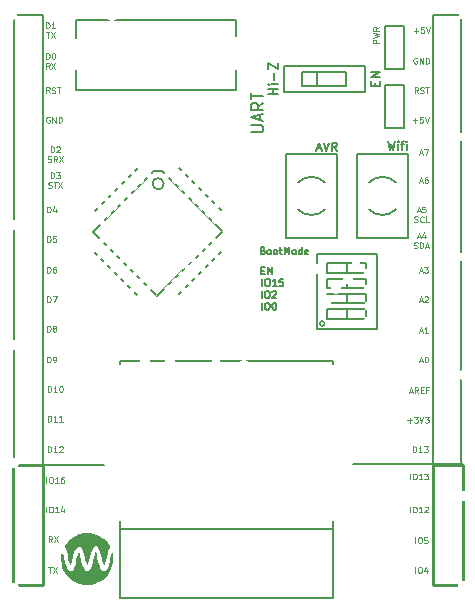
<source format=gto>
G04 (created by PCBNEW (2013-07-07 BZR 4022)-stable) date 2015/11/30 22:46:21*
%MOIN*%
G04 Gerber Fmt 3.4, Leading zero omitted, Abs format*
%FSLAX34Y34*%
G01*
G70*
G90*
G04 APERTURE LIST*
%ADD10C,0.00590551*%
%ADD11C,0.00492126*%
%ADD12C,0.00787402*%
%ADD13C,0.006*%
%ADD14C,0.01*%
%ADD15C,0.0001*%
%ADD16R,0.06X0.06*%
%ADD17C,0.06*%
%ADD18R,0.0708661X0.0299213*%
%ADD19R,0.045X0.0393701*%
%ADD20R,0.0787402X0.0354331*%
%ADD21R,0.0275591X0.0472441*%
%ADD22R,0.23622X0.0787402*%
%ADD23R,0.0472441X0.110236*%
%ADD24C,0.035*%
G04 APERTURE END LIST*
G54D10*
G54D11*
X48701Y-24435D02*
X48504Y-24435D01*
X48504Y-24360D01*
X48514Y-24341D01*
X48523Y-24332D01*
X48542Y-24323D01*
X48570Y-24323D01*
X48589Y-24332D01*
X48598Y-24341D01*
X48607Y-24360D01*
X48607Y-24435D01*
X48504Y-24257D02*
X48701Y-24210D01*
X48561Y-24173D01*
X48701Y-24135D01*
X48504Y-24088D01*
X48701Y-23901D02*
X48607Y-23967D01*
X48701Y-24013D02*
X48504Y-24013D01*
X48504Y-23938D01*
X48514Y-23920D01*
X48523Y-23910D01*
X48542Y-23901D01*
X48570Y-23901D01*
X48589Y-23910D01*
X48598Y-23920D01*
X48607Y-23938D01*
X48607Y-24013D01*
X49748Y-38977D02*
X49748Y-38780D01*
X49880Y-38780D02*
X49917Y-38780D01*
X49936Y-38789D01*
X49955Y-38808D01*
X49964Y-38846D01*
X49964Y-38911D01*
X49955Y-38949D01*
X49936Y-38967D01*
X49917Y-38977D01*
X49880Y-38977D01*
X49861Y-38967D01*
X49842Y-38949D01*
X49833Y-38911D01*
X49833Y-38846D01*
X49842Y-38808D01*
X49861Y-38789D01*
X49880Y-38780D01*
X50151Y-38977D02*
X50039Y-38977D01*
X50095Y-38977D02*
X50095Y-38780D01*
X50076Y-38808D01*
X50058Y-38827D01*
X50039Y-38836D01*
X50217Y-38780D02*
X50339Y-38780D01*
X50273Y-38855D01*
X50301Y-38855D01*
X50320Y-38864D01*
X50329Y-38874D01*
X50339Y-38892D01*
X50339Y-38939D01*
X50329Y-38958D01*
X50320Y-38967D01*
X50301Y-38977D01*
X50245Y-38977D01*
X50226Y-38967D01*
X50217Y-38958D01*
X49748Y-40079D02*
X49748Y-39882D01*
X49880Y-39882D02*
X49917Y-39882D01*
X49936Y-39892D01*
X49955Y-39910D01*
X49964Y-39948D01*
X49964Y-40014D01*
X49955Y-40051D01*
X49936Y-40070D01*
X49917Y-40079D01*
X49880Y-40079D01*
X49861Y-40070D01*
X49842Y-40051D01*
X49833Y-40014D01*
X49833Y-39948D01*
X49842Y-39910D01*
X49861Y-39892D01*
X49880Y-39882D01*
X50151Y-40079D02*
X50039Y-40079D01*
X50095Y-40079D02*
X50095Y-39882D01*
X50076Y-39910D01*
X50058Y-39929D01*
X50039Y-39939D01*
X50226Y-39901D02*
X50236Y-39892D01*
X50254Y-39882D01*
X50301Y-39882D01*
X50320Y-39892D01*
X50329Y-39901D01*
X50339Y-39920D01*
X50339Y-39939D01*
X50329Y-39967D01*
X50217Y-40079D01*
X50339Y-40079D01*
X49921Y-41103D02*
X49921Y-40906D01*
X50052Y-40906D02*
X50089Y-40906D01*
X50108Y-40915D01*
X50127Y-40934D01*
X50136Y-40972D01*
X50136Y-41037D01*
X50127Y-41075D01*
X50108Y-41093D01*
X50089Y-41103D01*
X50052Y-41103D01*
X50033Y-41093D01*
X50014Y-41075D01*
X50005Y-41037D01*
X50005Y-40972D01*
X50014Y-40934D01*
X50033Y-40915D01*
X50052Y-40906D01*
X50314Y-40906D02*
X50221Y-40906D01*
X50211Y-41000D01*
X50221Y-40990D01*
X50239Y-40981D01*
X50286Y-40981D01*
X50305Y-40990D01*
X50314Y-41000D01*
X50324Y-41018D01*
X50324Y-41065D01*
X50314Y-41084D01*
X50305Y-41093D01*
X50286Y-41103D01*
X50239Y-41103D01*
X50221Y-41093D01*
X50211Y-41084D01*
X49921Y-42087D02*
X49921Y-41890D01*
X50052Y-41890D02*
X50089Y-41890D01*
X50108Y-41900D01*
X50127Y-41918D01*
X50136Y-41956D01*
X50136Y-42021D01*
X50127Y-42059D01*
X50108Y-42078D01*
X50089Y-42087D01*
X50052Y-42087D01*
X50033Y-42078D01*
X50014Y-42059D01*
X50005Y-42021D01*
X50005Y-41956D01*
X50014Y-41918D01*
X50033Y-41900D01*
X50052Y-41890D01*
X50305Y-41956D02*
X50305Y-42087D01*
X50258Y-41881D02*
X50211Y-42021D01*
X50333Y-42021D01*
X37684Y-41890D02*
X37797Y-41890D01*
X37740Y-42087D02*
X37740Y-41890D01*
X37844Y-41890D02*
X37975Y-42087D01*
X37975Y-41890D02*
X37844Y-42087D01*
X37801Y-41063D02*
X37736Y-40970D01*
X37689Y-41063D02*
X37689Y-40867D01*
X37764Y-40867D01*
X37783Y-40876D01*
X37792Y-40885D01*
X37801Y-40904D01*
X37801Y-40932D01*
X37792Y-40951D01*
X37783Y-40960D01*
X37764Y-40970D01*
X37689Y-40970D01*
X37867Y-40867D02*
X37998Y-41063D01*
X37998Y-40867D02*
X37867Y-41063D01*
X37622Y-40079D02*
X37622Y-39882D01*
X37754Y-39882D02*
X37791Y-39882D01*
X37810Y-39892D01*
X37829Y-39910D01*
X37838Y-39948D01*
X37838Y-40014D01*
X37829Y-40051D01*
X37810Y-40070D01*
X37791Y-40079D01*
X37754Y-40079D01*
X37735Y-40070D01*
X37716Y-40051D01*
X37707Y-40014D01*
X37707Y-39948D01*
X37716Y-39910D01*
X37735Y-39892D01*
X37754Y-39882D01*
X38025Y-40079D02*
X37913Y-40079D01*
X37969Y-40079D02*
X37969Y-39882D01*
X37950Y-39910D01*
X37932Y-39929D01*
X37913Y-39939D01*
X38194Y-39948D02*
X38194Y-40079D01*
X38147Y-39873D02*
X38100Y-40014D01*
X38222Y-40014D01*
X37622Y-39095D02*
X37622Y-38898D01*
X37754Y-38898D02*
X37791Y-38898D01*
X37810Y-38907D01*
X37829Y-38926D01*
X37838Y-38964D01*
X37838Y-39029D01*
X37829Y-39067D01*
X37810Y-39086D01*
X37791Y-39095D01*
X37754Y-39095D01*
X37735Y-39086D01*
X37716Y-39067D01*
X37707Y-39029D01*
X37707Y-38964D01*
X37716Y-38926D01*
X37735Y-38907D01*
X37754Y-38898D01*
X38025Y-39095D02*
X37913Y-39095D01*
X37969Y-39095D02*
X37969Y-38898D01*
X37950Y-38926D01*
X37932Y-38945D01*
X37913Y-38954D01*
X38194Y-38898D02*
X38157Y-38898D01*
X38138Y-38907D01*
X38128Y-38917D01*
X38110Y-38945D01*
X38100Y-38982D01*
X38100Y-39057D01*
X38110Y-39076D01*
X38119Y-39086D01*
X38138Y-39095D01*
X38175Y-39095D01*
X38194Y-39086D01*
X38203Y-39076D01*
X38213Y-39057D01*
X38213Y-39011D01*
X38203Y-38992D01*
X38194Y-38982D01*
X38175Y-38973D01*
X38138Y-38973D01*
X38119Y-38982D01*
X38110Y-38992D01*
X38100Y-39011D01*
G54D12*
X51496Y-38464D02*
X47834Y-38464D01*
X36771Y-38503D02*
X39527Y-38503D01*
G54D11*
X49865Y-24020D02*
X50014Y-24020D01*
X49940Y-24095D02*
X49940Y-23945D01*
X50202Y-23898D02*
X50108Y-23898D01*
X50099Y-23992D01*
X50108Y-23982D01*
X50127Y-23973D01*
X50174Y-23973D01*
X50193Y-23982D01*
X50202Y-23992D01*
X50211Y-24011D01*
X50211Y-24057D01*
X50202Y-24076D01*
X50193Y-24086D01*
X50174Y-24095D01*
X50127Y-24095D01*
X50108Y-24086D01*
X50099Y-24076D01*
X50268Y-23898D02*
X50333Y-24095D01*
X50399Y-23898D01*
X49968Y-24931D02*
X49949Y-24922D01*
X49921Y-24922D01*
X49893Y-24931D01*
X49874Y-24950D01*
X49865Y-24969D01*
X49855Y-25006D01*
X49855Y-25034D01*
X49865Y-25072D01*
X49874Y-25090D01*
X49893Y-25109D01*
X49921Y-25119D01*
X49940Y-25119D01*
X49968Y-25109D01*
X49977Y-25100D01*
X49977Y-25034D01*
X49940Y-25034D01*
X50061Y-25119D02*
X50061Y-24922D01*
X50174Y-25119D01*
X50174Y-24922D01*
X50268Y-25119D02*
X50268Y-24922D01*
X50314Y-24922D01*
X50343Y-24931D01*
X50361Y-24950D01*
X50371Y-24969D01*
X50380Y-25006D01*
X50380Y-25034D01*
X50371Y-25072D01*
X50361Y-25090D01*
X50343Y-25109D01*
X50314Y-25119D01*
X50268Y-25119D01*
X50010Y-26103D02*
X49944Y-26009D01*
X49897Y-26103D02*
X49897Y-25906D01*
X49972Y-25906D01*
X49991Y-25915D01*
X50000Y-25925D01*
X50010Y-25943D01*
X50010Y-25972D01*
X50000Y-25990D01*
X49991Y-26000D01*
X49972Y-26009D01*
X49897Y-26009D01*
X50085Y-26093D02*
X50113Y-26103D01*
X50160Y-26103D01*
X50179Y-26093D01*
X50188Y-26084D01*
X50197Y-26065D01*
X50197Y-26047D01*
X50188Y-26028D01*
X50179Y-26018D01*
X50160Y-26009D01*
X50122Y-26000D01*
X50104Y-25990D01*
X50094Y-25981D01*
X50085Y-25962D01*
X50085Y-25943D01*
X50094Y-25925D01*
X50104Y-25915D01*
X50122Y-25906D01*
X50169Y-25906D01*
X50197Y-25915D01*
X50254Y-25906D02*
X50366Y-25906D01*
X50310Y-26103D02*
X50310Y-25906D01*
X49825Y-27012D02*
X49975Y-27012D01*
X49900Y-27087D02*
X49900Y-26937D01*
X50163Y-26890D02*
X50069Y-26890D01*
X50059Y-26984D01*
X50069Y-26975D01*
X50088Y-26965D01*
X50134Y-26965D01*
X50153Y-26975D01*
X50163Y-26984D01*
X50172Y-27003D01*
X50172Y-27050D01*
X50163Y-27068D01*
X50153Y-27078D01*
X50134Y-27087D01*
X50088Y-27087D01*
X50069Y-27078D01*
X50059Y-27068D01*
X50228Y-26890D02*
X50294Y-27087D01*
X50359Y-26890D01*
X50056Y-28094D02*
X50149Y-28094D01*
X50037Y-28150D02*
X50103Y-27953D01*
X50168Y-28150D01*
X50215Y-27953D02*
X50346Y-27953D01*
X50262Y-28150D01*
X50056Y-29039D02*
X50149Y-29039D01*
X50037Y-29095D02*
X50103Y-28898D01*
X50168Y-29095D01*
X50318Y-28898D02*
X50281Y-28898D01*
X50262Y-28907D01*
X50253Y-28917D01*
X50234Y-28945D01*
X50224Y-28982D01*
X50224Y-29057D01*
X50234Y-29076D01*
X50243Y-29086D01*
X50262Y-29095D01*
X50299Y-29095D01*
X50318Y-29086D01*
X50328Y-29076D01*
X50337Y-29057D01*
X50337Y-29011D01*
X50328Y-28992D01*
X50318Y-28982D01*
X50299Y-28973D01*
X50262Y-28973D01*
X50243Y-28982D01*
X50234Y-28992D01*
X50224Y-29011D01*
X49977Y-30023D02*
X50071Y-30023D01*
X49958Y-30079D02*
X50024Y-29882D01*
X50089Y-30079D01*
X50249Y-29882D02*
X50155Y-29882D01*
X50146Y-29976D01*
X50155Y-29967D01*
X50174Y-29957D01*
X50221Y-29957D01*
X50239Y-29967D01*
X50249Y-29976D01*
X50258Y-29995D01*
X50258Y-30042D01*
X50249Y-30060D01*
X50239Y-30070D01*
X50221Y-30079D01*
X50174Y-30079D01*
X50155Y-30070D01*
X50146Y-30060D01*
X49883Y-30395D02*
X49911Y-30404D01*
X49958Y-30404D01*
X49977Y-30395D01*
X49986Y-30385D01*
X49996Y-30366D01*
X49996Y-30348D01*
X49986Y-30329D01*
X49977Y-30320D01*
X49958Y-30310D01*
X49921Y-30301D01*
X49902Y-30291D01*
X49893Y-30282D01*
X49883Y-30263D01*
X49883Y-30245D01*
X49893Y-30226D01*
X49902Y-30217D01*
X49921Y-30207D01*
X49968Y-30207D01*
X49996Y-30217D01*
X50193Y-30385D02*
X50183Y-30395D01*
X50155Y-30404D01*
X50136Y-30404D01*
X50108Y-30395D01*
X50089Y-30376D01*
X50080Y-30357D01*
X50071Y-30320D01*
X50071Y-30291D01*
X50080Y-30254D01*
X50089Y-30235D01*
X50108Y-30217D01*
X50136Y-30207D01*
X50155Y-30207D01*
X50183Y-30217D01*
X50193Y-30226D01*
X50371Y-30404D02*
X50277Y-30404D01*
X50277Y-30207D01*
X49977Y-30889D02*
X50071Y-30889D01*
X49958Y-30945D02*
X50024Y-30748D01*
X50089Y-30945D01*
X50239Y-30814D02*
X50239Y-30945D01*
X50193Y-30739D02*
X50146Y-30880D01*
X50268Y-30880D01*
X49879Y-31261D02*
X49907Y-31270D01*
X49954Y-31270D01*
X49972Y-31261D01*
X49982Y-31251D01*
X49991Y-31233D01*
X49991Y-31214D01*
X49982Y-31195D01*
X49972Y-31186D01*
X49954Y-31176D01*
X49916Y-31167D01*
X49897Y-31158D01*
X49888Y-31148D01*
X49879Y-31130D01*
X49879Y-31111D01*
X49888Y-31092D01*
X49897Y-31083D01*
X49916Y-31073D01*
X49963Y-31073D01*
X49991Y-31083D01*
X50075Y-31270D02*
X50075Y-31073D01*
X50122Y-31073D01*
X50150Y-31083D01*
X50169Y-31101D01*
X50179Y-31120D01*
X50188Y-31158D01*
X50188Y-31186D01*
X50179Y-31223D01*
X50169Y-31242D01*
X50150Y-31261D01*
X50122Y-31270D01*
X50075Y-31270D01*
X50263Y-31214D02*
X50357Y-31214D01*
X50244Y-31270D02*
X50310Y-31073D01*
X50375Y-31270D01*
X50056Y-32031D02*
X50149Y-32031D01*
X50037Y-32087D02*
X50103Y-31890D01*
X50168Y-32087D01*
X50215Y-31890D02*
X50337Y-31890D01*
X50271Y-31965D01*
X50299Y-31965D01*
X50318Y-31975D01*
X50328Y-31984D01*
X50337Y-32003D01*
X50337Y-32050D01*
X50328Y-32068D01*
X50318Y-32078D01*
X50299Y-32087D01*
X50243Y-32087D01*
X50224Y-32078D01*
X50215Y-32068D01*
X50056Y-33015D02*
X50149Y-33015D01*
X50037Y-33071D02*
X50103Y-32874D01*
X50168Y-33071D01*
X50224Y-32893D02*
X50234Y-32884D01*
X50253Y-32874D01*
X50299Y-32874D01*
X50318Y-32884D01*
X50328Y-32893D01*
X50337Y-32912D01*
X50337Y-32931D01*
X50328Y-32959D01*
X50215Y-33071D01*
X50337Y-33071D01*
X50056Y-34039D02*
X50149Y-34039D01*
X50037Y-34095D02*
X50103Y-33898D01*
X50168Y-34095D01*
X50337Y-34095D02*
X50224Y-34095D01*
X50281Y-34095D02*
X50281Y-33898D01*
X50262Y-33926D01*
X50243Y-33945D01*
X50224Y-33954D01*
X50056Y-35023D02*
X50149Y-35023D01*
X50037Y-35079D02*
X50103Y-34882D01*
X50168Y-35079D01*
X50271Y-34882D02*
X50290Y-34882D01*
X50309Y-34892D01*
X50318Y-34901D01*
X50328Y-34920D01*
X50337Y-34957D01*
X50337Y-35004D01*
X50328Y-35042D01*
X50318Y-35060D01*
X50309Y-35070D01*
X50290Y-35079D01*
X50271Y-35079D01*
X50253Y-35070D01*
X50243Y-35060D01*
X50234Y-35042D01*
X50224Y-35004D01*
X50224Y-34957D01*
X50234Y-34920D01*
X50243Y-34901D01*
X50253Y-34892D01*
X50271Y-34882D01*
X49720Y-36047D02*
X49814Y-36047D01*
X49701Y-36103D02*
X49767Y-35906D01*
X49833Y-36103D01*
X50011Y-36103D02*
X49945Y-36009D01*
X49898Y-36103D02*
X49898Y-35906D01*
X49973Y-35906D01*
X49992Y-35915D01*
X50001Y-35925D01*
X50011Y-35943D01*
X50011Y-35972D01*
X50001Y-35990D01*
X49992Y-36000D01*
X49973Y-36009D01*
X49898Y-36009D01*
X50095Y-36000D02*
X50161Y-36000D01*
X50189Y-36103D02*
X50095Y-36103D01*
X50095Y-35906D01*
X50189Y-35906D01*
X50339Y-36000D02*
X50273Y-36000D01*
X50273Y-36103D02*
X50273Y-35906D01*
X50367Y-35906D01*
X49653Y-37012D02*
X49803Y-37012D01*
X49728Y-37087D02*
X49728Y-36937D01*
X49878Y-36890D02*
X50000Y-36890D01*
X49934Y-36965D01*
X49962Y-36965D01*
X49981Y-36975D01*
X49990Y-36984D01*
X50000Y-37003D01*
X50000Y-37050D01*
X49990Y-37068D01*
X49981Y-37078D01*
X49962Y-37087D01*
X49906Y-37087D01*
X49887Y-37078D01*
X49878Y-37068D01*
X50056Y-36890D02*
X50121Y-37087D01*
X50187Y-36890D01*
X50234Y-36890D02*
X50356Y-36890D01*
X50290Y-36965D01*
X50318Y-36965D01*
X50337Y-36975D01*
X50346Y-36984D01*
X50356Y-37003D01*
X50356Y-37050D01*
X50346Y-37068D01*
X50337Y-37078D01*
X50318Y-37087D01*
X50262Y-37087D01*
X50243Y-37078D01*
X50234Y-37068D01*
X49839Y-38071D02*
X49839Y-37874D01*
X49886Y-37874D01*
X49914Y-37884D01*
X49933Y-37903D01*
X49942Y-37921D01*
X49952Y-37959D01*
X49952Y-37987D01*
X49942Y-38024D01*
X49933Y-38043D01*
X49914Y-38062D01*
X49886Y-38071D01*
X49839Y-38071D01*
X50139Y-38071D02*
X50027Y-38071D01*
X50083Y-38071D02*
X50083Y-37874D01*
X50064Y-37903D01*
X50045Y-37921D01*
X50027Y-37931D01*
X50205Y-37874D02*
X50327Y-37874D01*
X50261Y-37949D01*
X50289Y-37949D01*
X50308Y-37959D01*
X50317Y-37968D01*
X50327Y-37987D01*
X50327Y-38034D01*
X50317Y-38053D01*
X50308Y-38062D01*
X50289Y-38071D01*
X50233Y-38071D01*
X50214Y-38062D01*
X50205Y-38053D01*
X37674Y-38071D02*
X37674Y-37874D01*
X37721Y-37874D01*
X37749Y-37884D01*
X37768Y-37903D01*
X37777Y-37921D01*
X37786Y-37959D01*
X37786Y-37987D01*
X37777Y-38024D01*
X37768Y-38043D01*
X37749Y-38062D01*
X37721Y-38071D01*
X37674Y-38071D01*
X37974Y-38071D02*
X37861Y-38071D01*
X37918Y-38071D02*
X37918Y-37874D01*
X37899Y-37903D01*
X37880Y-37921D01*
X37861Y-37931D01*
X38049Y-37893D02*
X38058Y-37884D01*
X38077Y-37874D01*
X38124Y-37874D01*
X38143Y-37884D01*
X38152Y-37893D01*
X38161Y-37912D01*
X38161Y-37931D01*
X38152Y-37959D01*
X38039Y-38071D01*
X38161Y-38071D01*
X37674Y-37048D02*
X37674Y-36851D01*
X37721Y-36851D01*
X37749Y-36860D01*
X37768Y-36879D01*
X37777Y-36898D01*
X37786Y-36935D01*
X37786Y-36963D01*
X37777Y-37001D01*
X37768Y-37020D01*
X37749Y-37038D01*
X37721Y-37048D01*
X37674Y-37048D01*
X37974Y-37048D02*
X37861Y-37048D01*
X37918Y-37048D02*
X37918Y-36851D01*
X37899Y-36879D01*
X37880Y-36898D01*
X37861Y-36907D01*
X38161Y-37048D02*
X38049Y-37048D01*
X38105Y-37048D02*
X38105Y-36851D01*
X38086Y-36879D01*
X38068Y-36898D01*
X38049Y-36907D01*
X37674Y-36063D02*
X37674Y-35867D01*
X37721Y-35867D01*
X37749Y-35876D01*
X37768Y-35895D01*
X37777Y-35913D01*
X37786Y-35951D01*
X37786Y-35979D01*
X37777Y-36017D01*
X37768Y-36035D01*
X37749Y-36054D01*
X37721Y-36063D01*
X37674Y-36063D01*
X37974Y-36063D02*
X37861Y-36063D01*
X37918Y-36063D02*
X37918Y-35867D01*
X37899Y-35895D01*
X37880Y-35913D01*
X37861Y-35923D01*
X38096Y-35867D02*
X38114Y-35867D01*
X38133Y-35876D01*
X38143Y-35885D01*
X38152Y-35904D01*
X38161Y-35942D01*
X38161Y-35988D01*
X38152Y-36026D01*
X38143Y-36045D01*
X38133Y-36054D01*
X38114Y-36063D01*
X38096Y-36063D01*
X38077Y-36054D01*
X38068Y-36045D01*
X38058Y-36026D01*
X38049Y-35988D01*
X38049Y-35942D01*
X38058Y-35904D01*
X38068Y-35885D01*
X38077Y-35876D01*
X38096Y-35867D01*
X37649Y-35079D02*
X37649Y-34882D01*
X37696Y-34882D01*
X37724Y-34892D01*
X37743Y-34910D01*
X37753Y-34929D01*
X37762Y-34967D01*
X37762Y-34995D01*
X37753Y-35032D01*
X37743Y-35051D01*
X37724Y-35070D01*
X37696Y-35079D01*
X37649Y-35079D01*
X37856Y-35079D02*
X37893Y-35079D01*
X37912Y-35070D01*
X37921Y-35060D01*
X37940Y-35032D01*
X37949Y-34995D01*
X37949Y-34920D01*
X37940Y-34901D01*
X37931Y-34892D01*
X37912Y-34882D01*
X37874Y-34882D01*
X37856Y-34892D01*
X37846Y-34901D01*
X37837Y-34920D01*
X37837Y-34967D01*
X37846Y-34985D01*
X37856Y-34995D01*
X37874Y-35004D01*
X37912Y-35004D01*
X37931Y-34995D01*
X37940Y-34985D01*
X37949Y-34967D01*
X37649Y-34056D02*
X37649Y-33859D01*
X37696Y-33859D01*
X37724Y-33868D01*
X37743Y-33887D01*
X37753Y-33906D01*
X37762Y-33943D01*
X37762Y-33971D01*
X37753Y-34009D01*
X37743Y-34027D01*
X37724Y-34046D01*
X37696Y-34056D01*
X37649Y-34056D01*
X37874Y-33943D02*
X37856Y-33934D01*
X37846Y-33924D01*
X37837Y-33906D01*
X37837Y-33896D01*
X37846Y-33877D01*
X37856Y-33868D01*
X37874Y-33859D01*
X37912Y-33859D01*
X37931Y-33868D01*
X37940Y-33877D01*
X37949Y-33896D01*
X37949Y-33906D01*
X37940Y-33924D01*
X37931Y-33934D01*
X37912Y-33943D01*
X37874Y-33943D01*
X37856Y-33952D01*
X37846Y-33962D01*
X37837Y-33981D01*
X37837Y-34018D01*
X37846Y-34037D01*
X37856Y-34046D01*
X37874Y-34056D01*
X37912Y-34056D01*
X37931Y-34046D01*
X37940Y-34037D01*
X37949Y-34018D01*
X37949Y-33981D01*
X37940Y-33962D01*
X37931Y-33952D01*
X37912Y-33943D01*
X37649Y-33071D02*
X37649Y-32874D01*
X37696Y-32874D01*
X37724Y-32884D01*
X37743Y-32903D01*
X37753Y-32921D01*
X37762Y-32959D01*
X37762Y-32987D01*
X37753Y-33024D01*
X37743Y-33043D01*
X37724Y-33062D01*
X37696Y-33071D01*
X37649Y-33071D01*
X37828Y-32874D02*
X37959Y-32874D01*
X37874Y-33071D01*
X37649Y-32087D02*
X37649Y-31890D01*
X37696Y-31890D01*
X37724Y-31900D01*
X37743Y-31918D01*
X37753Y-31937D01*
X37762Y-31975D01*
X37762Y-32003D01*
X37753Y-32040D01*
X37743Y-32059D01*
X37724Y-32078D01*
X37696Y-32087D01*
X37649Y-32087D01*
X37931Y-31890D02*
X37893Y-31890D01*
X37874Y-31900D01*
X37865Y-31909D01*
X37846Y-31937D01*
X37837Y-31975D01*
X37837Y-32050D01*
X37846Y-32068D01*
X37856Y-32078D01*
X37874Y-32087D01*
X37912Y-32087D01*
X37931Y-32078D01*
X37940Y-32068D01*
X37949Y-32050D01*
X37949Y-32003D01*
X37940Y-31984D01*
X37931Y-31975D01*
X37912Y-31965D01*
X37874Y-31965D01*
X37856Y-31975D01*
X37846Y-31984D01*
X37837Y-32003D01*
X37649Y-31063D02*
X37649Y-30867D01*
X37696Y-30867D01*
X37724Y-30876D01*
X37743Y-30895D01*
X37753Y-30913D01*
X37762Y-30951D01*
X37762Y-30979D01*
X37753Y-31017D01*
X37743Y-31035D01*
X37724Y-31054D01*
X37696Y-31063D01*
X37649Y-31063D01*
X37940Y-30867D02*
X37846Y-30867D01*
X37837Y-30960D01*
X37846Y-30951D01*
X37865Y-30942D01*
X37912Y-30942D01*
X37931Y-30951D01*
X37940Y-30960D01*
X37949Y-30979D01*
X37949Y-31026D01*
X37940Y-31045D01*
X37931Y-31054D01*
X37912Y-31063D01*
X37865Y-31063D01*
X37846Y-31054D01*
X37837Y-31045D01*
X37649Y-30079D02*
X37649Y-29882D01*
X37696Y-29882D01*
X37724Y-29892D01*
X37743Y-29910D01*
X37753Y-29929D01*
X37762Y-29967D01*
X37762Y-29995D01*
X37753Y-30032D01*
X37743Y-30051D01*
X37724Y-30070D01*
X37696Y-30079D01*
X37649Y-30079D01*
X37931Y-29948D02*
X37931Y-30079D01*
X37884Y-29873D02*
X37837Y-30014D01*
X37959Y-30014D01*
X37768Y-28937D02*
X37768Y-28741D01*
X37814Y-28741D01*
X37843Y-28750D01*
X37861Y-28769D01*
X37871Y-28787D01*
X37880Y-28825D01*
X37880Y-28853D01*
X37871Y-28891D01*
X37861Y-28909D01*
X37843Y-28928D01*
X37814Y-28937D01*
X37768Y-28937D01*
X37946Y-28741D02*
X38068Y-28741D01*
X38002Y-28816D01*
X38030Y-28816D01*
X38049Y-28825D01*
X38058Y-28834D01*
X38068Y-28853D01*
X38068Y-28900D01*
X38058Y-28919D01*
X38049Y-28928D01*
X38030Y-28937D01*
X37974Y-28937D01*
X37955Y-28928D01*
X37946Y-28919D01*
X37688Y-29253D02*
X37716Y-29262D01*
X37763Y-29262D01*
X37782Y-29253D01*
X37791Y-29244D01*
X37800Y-29225D01*
X37800Y-29206D01*
X37791Y-29187D01*
X37782Y-29178D01*
X37763Y-29169D01*
X37725Y-29159D01*
X37707Y-29150D01*
X37697Y-29140D01*
X37688Y-29122D01*
X37688Y-29103D01*
X37697Y-29084D01*
X37707Y-29075D01*
X37725Y-29065D01*
X37772Y-29065D01*
X37800Y-29075D01*
X37857Y-29065D02*
X37969Y-29065D01*
X37913Y-29262D02*
X37913Y-29065D01*
X38016Y-29065D02*
X38147Y-29262D01*
X38147Y-29065D02*
X38016Y-29262D01*
X37768Y-28071D02*
X37768Y-27874D01*
X37814Y-27874D01*
X37843Y-27884D01*
X37861Y-27903D01*
X37871Y-27921D01*
X37880Y-27959D01*
X37880Y-27987D01*
X37871Y-28024D01*
X37861Y-28043D01*
X37843Y-28062D01*
X37814Y-28071D01*
X37768Y-28071D01*
X37955Y-27893D02*
X37964Y-27884D01*
X37983Y-27874D01*
X38030Y-27874D01*
X38049Y-27884D01*
X38058Y-27893D01*
X38068Y-27912D01*
X38068Y-27931D01*
X38058Y-27959D01*
X37946Y-28071D01*
X38068Y-28071D01*
X37664Y-28387D02*
X37693Y-28396D01*
X37739Y-28396D01*
X37758Y-28387D01*
X37768Y-28377D01*
X37777Y-28359D01*
X37777Y-28340D01*
X37768Y-28321D01*
X37758Y-28312D01*
X37739Y-28302D01*
X37702Y-28293D01*
X37683Y-28284D01*
X37674Y-28274D01*
X37664Y-28255D01*
X37664Y-28237D01*
X37674Y-28218D01*
X37683Y-28209D01*
X37702Y-28199D01*
X37749Y-28199D01*
X37777Y-28209D01*
X37974Y-28396D02*
X37908Y-28302D01*
X37861Y-28396D02*
X37861Y-28199D01*
X37936Y-28199D01*
X37955Y-28209D01*
X37964Y-28218D01*
X37974Y-28237D01*
X37974Y-28265D01*
X37964Y-28284D01*
X37955Y-28293D01*
X37936Y-28302D01*
X37861Y-28302D01*
X38039Y-28199D02*
X38171Y-28396D01*
X38171Y-28199D02*
X38039Y-28396D01*
X37724Y-26900D02*
X37705Y-26890D01*
X37677Y-26890D01*
X37649Y-26900D01*
X37630Y-26918D01*
X37620Y-26937D01*
X37611Y-26975D01*
X37611Y-27003D01*
X37620Y-27040D01*
X37630Y-27059D01*
X37649Y-27078D01*
X37677Y-27087D01*
X37695Y-27087D01*
X37724Y-27078D01*
X37733Y-27068D01*
X37733Y-27003D01*
X37695Y-27003D01*
X37817Y-27087D02*
X37817Y-26890D01*
X37930Y-27087D01*
X37930Y-26890D01*
X38023Y-27087D02*
X38023Y-26890D01*
X38070Y-26890D01*
X38098Y-26900D01*
X38117Y-26918D01*
X38127Y-26937D01*
X38136Y-26975D01*
X38136Y-27003D01*
X38127Y-27040D01*
X38117Y-27059D01*
X38098Y-27078D01*
X38070Y-27087D01*
X38023Y-27087D01*
X37726Y-26103D02*
X37661Y-26009D01*
X37614Y-26103D02*
X37614Y-25906D01*
X37689Y-25906D01*
X37708Y-25915D01*
X37717Y-25925D01*
X37726Y-25943D01*
X37726Y-25972D01*
X37717Y-25990D01*
X37708Y-26000D01*
X37689Y-26009D01*
X37614Y-26009D01*
X37801Y-26093D02*
X37829Y-26103D01*
X37876Y-26103D01*
X37895Y-26093D01*
X37904Y-26084D01*
X37914Y-26065D01*
X37914Y-26047D01*
X37904Y-26028D01*
X37895Y-26018D01*
X37876Y-26009D01*
X37839Y-26000D01*
X37820Y-25990D01*
X37811Y-25981D01*
X37801Y-25962D01*
X37801Y-25943D01*
X37811Y-25925D01*
X37820Y-25915D01*
X37839Y-25906D01*
X37886Y-25906D01*
X37914Y-25915D01*
X37970Y-25906D02*
X38083Y-25906D01*
X38026Y-26103D02*
X38026Y-25906D01*
X37610Y-24961D02*
X37610Y-24764D01*
X37657Y-24764D01*
X37685Y-24774D01*
X37704Y-24792D01*
X37713Y-24811D01*
X37723Y-24849D01*
X37723Y-24877D01*
X37713Y-24914D01*
X37704Y-24933D01*
X37685Y-24952D01*
X37657Y-24961D01*
X37610Y-24961D01*
X37844Y-24764D02*
X37863Y-24764D01*
X37882Y-24774D01*
X37891Y-24783D01*
X37901Y-24802D01*
X37910Y-24839D01*
X37910Y-24886D01*
X37901Y-24924D01*
X37891Y-24942D01*
X37882Y-24952D01*
X37863Y-24961D01*
X37844Y-24961D01*
X37826Y-24952D01*
X37816Y-24942D01*
X37807Y-24924D01*
X37798Y-24886D01*
X37798Y-24839D01*
X37807Y-24802D01*
X37816Y-24783D01*
X37826Y-24774D01*
X37844Y-24764D01*
X37723Y-25286D02*
X37657Y-25192D01*
X37610Y-25286D02*
X37610Y-25089D01*
X37685Y-25089D01*
X37704Y-25098D01*
X37713Y-25108D01*
X37723Y-25127D01*
X37723Y-25155D01*
X37713Y-25173D01*
X37704Y-25183D01*
X37685Y-25192D01*
X37610Y-25192D01*
X37788Y-25089D02*
X37919Y-25286D01*
X37919Y-25089D02*
X37788Y-25286D01*
X37610Y-23937D02*
X37610Y-23741D01*
X37657Y-23741D01*
X37685Y-23750D01*
X37704Y-23769D01*
X37713Y-23787D01*
X37723Y-23825D01*
X37723Y-23853D01*
X37713Y-23891D01*
X37704Y-23909D01*
X37685Y-23928D01*
X37657Y-23937D01*
X37610Y-23937D01*
X37910Y-23937D02*
X37798Y-23937D01*
X37854Y-23937D02*
X37854Y-23741D01*
X37835Y-23769D01*
X37816Y-23787D01*
X37798Y-23797D01*
X37605Y-24065D02*
X37718Y-24065D01*
X37662Y-24262D02*
X37662Y-24065D01*
X37765Y-24065D02*
X37896Y-24262D01*
X37896Y-24065D02*
X37765Y-24262D01*
G54D10*
X44836Y-31349D02*
X44870Y-31361D01*
X44881Y-31372D01*
X44893Y-31394D01*
X44893Y-31428D01*
X44881Y-31451D01*
X44870Y-31462D01*
X44848Y-31473D01*
X44758Y-31473D01*
X44758Y-31237D01*
X44836Y-31237D01*
X44859Y-31248D01*
X44870Y-31259D01*
X44881Y-31282D01*
X44881Y-31304D01*
X44870Y-31327D01*
X44859Y-31338D01*
X44836Y-31349D01*
X44758Y-31349D01*
X45028Y-31473D02*
X45005Y-31462D01*
X44994Y-31451D01*
X44983Y-31428D01*
X44983Y-31361D01*
X44994Y-31338D01*
X45005Y-31327D01*
X45028Y-31316D01*
X45061Y-31316D01*
X45084Y-31327D01*
X45095Y-31338D01*
X45106Y-31361D01*
X45106Y-31428D01*
X45095Y-31451D01*
X45084Y-31462D01*
X45061Y-31473D01*
X45028Y-31473D01*
X45241Y-31473D02*
X45219Y-31462D01*
X45208Y-31451D01*
X45196Y-31428D01*
X45196Y-31361D01*
X45208Y-31338D01*
X45219Y-31327D01*
X45241Y-31316D01*
X45275Y-31316D01*
X45298Y-31327D01*
X45309Y-31338D01*
X45320Y-31361D01*
X45320Y-31428D01*
X45309Y-31451D01*
X45298Y-31462D01*
X45275Y-31473D01*
X45241Y-31473D01*
X45388Y-31316D02*
X45478Y-31316D01*
X45421Y-31237D02*
X45421Y-31439D01*
X45433Y-31462D01*
X45455Y-31473D01*
X45478Y-31473D01*
X45556Y-31473D02*
X45556Y-31237D01*
X45635Y-31406D01*
X45714Y-31237D01*
X45714Y-31473D01*
X45860Y-31473D02*
X45838Y-31462D01*
X45826Y-31451D01*
X45815Y-31428D01*
X45815Y-31361D01*
X45826Y-31338D01*
X45838Y-31327D01*
X45860Y-31316D01*
X45894Y-31316D01*
X45916Y-31327D01*
X45928Y-31338D01*
X45939Y-31361D01*
X45939Y-31428D01*
X45928Y-31451D01*
X45916Y-31462D01*
X45894Y-31473D01*
X45860Y-31473D01*
X46141Y-31473D02*
X46141Y-31237D01*
X46141Y-31462D02*
X46119Y-31473D01*
X46074Y-31473D01*
X46051Y-31462D01*
X46040Y-31451D01*
X46029Y-31428D01*
X46029Y-31361D01*
X46040Y-31338D01*
X46051Y-31327D01*
X46074Y-31316D01*
X46119Y-31316D01*
X46141Y-31327D01*
X46344Y-31462D02*
X46321Y-31473D01*
X46276Y-31473D01*
X46254Y-31462D01*
X46242Y-31439D01*
X46242Y-31349D01*
X46254Y-31327D01*
X46276Y-31316D01*
X46321Y-31316D01*
X46344Y-31327D01*
X46355Y-31349D01*
X46355Y-31372D01*
X46242Y-31394D01*
X44803Y-33323D02*
X44803Y-33087D01*
X44960Y-33087D02*
X45005Y-33087D01*
X45028Y-33098D01*
X45050Y-33121D01*
X45061Y-33166D01*
X45061Y-33245D01*
X45050Y-33290D01*
X45028Y-33312D01*
X45005Y-33323D01*
X44960Y-33323D01*
X44938Y-33312D01*
X44915Y-33290D01*
X44904Y-33245D01*
X44904Y-33166D01*
X44915Y-33121D01*
X44938Y-33098D01*
X44960Y-33087D01*
X45208Y-33087D02*
X45230Y-33087D01*
X45253Y-33098D01*
X45264Y-33110D01*
X45275Y-33132D01*
X45286Y-33177D01*
X45286Y-33233D01*
X45275Y-33278D01*
X45264Y-33301D01*
X45253Y-33312D01*
X45230Y-33323D01*
X45208Y-33323D01*
X45185Y-33312D01*
X45174Y-33301D01*
X45163Y-33278D01*
X45151Y-33233D01*
X45151Y-33177D01*
X45163Y-33132D01*
X45174Y-33110D01*
X45185Y-33098D01*
X45208Y-33087D01*
X44803Y-32930D02*
X44803Y-32694D01*
X44960Y-32694D02*
X45005Y-32694D01*
X45028Y-32705D01*
X45050Y-32727D01*
X45061Y-32772D01*
X45061Y-32851D01*
X45050Y-32896D01*
X45028Y-32919D01*
X45005Y-32930D01*
X44960Y-32930D01*
X44938Y-32919D01*
X44915Y-32896D01*
X44904Y-32851D01*
X44904Y-32772D01*
X44915Y-32727D01*
X44938Y-32705D01*
X44960Y-32694D01*
X45151Y-32716D02*
X45163Y-32705D01*
X45185Y-32694D01*
X45241Y-32694D01*
X45264Y-32705D01*
X45275Y-32716D01*
X45286Y-32739D01*
X45286Y-32761D01*
X45275Y-32795D01*
X45140Y-32930D01*
X45286Y-32930D01*
X44786Y-32019D02*
X44865Y-32019D01*
X44898Y-32142D02*
X44786Y-32142D01*
X44786Y-31906D01*
X44898Y-31906D01*
X45000Y-32142D02*
X45000Y-31906D01*
X45134Y-32142D01*
X45134Y-31906D01*
X44808Y-32536D02*
X44808Y-32300D01*
X44966Y-32300D02*
X45011Y-32300D01*
X45033Y-32311D01*
X45056Y-32334D01*
X45067Y-32379D01*
X45067Y-32457D01*
X45056Y-32502D01*
X45033Y-32525D01*
X45011Y-32536D01*
X44966Y-32536D01*
X44943Y-32525D01*
X44921Y-32502D01*
X44910Y-32457D01*
X44910Y-32379D01*
X44921Y-32334D01*
X44943Y-32311D01*
X44966Y-32300D01*
X45292Y-32536D02*
X45157Y-32536D01*
X45224Y-32536D02*
X45224Y-32300D01*
X45202Y-32334D01*
X45179Y-32356D01*
X45157Y-32367D01*
X45506Y-32300D02*
X45393Y-32300D01*
X45382Y-32412D01*
X45393Y-32401D01*
X45416Y-32390D01*
X45472Y-32390D01*
X45494Y-32401D01*
X45506Y-32412D01*
X45517Y-32435D01*
X45517Y-32491D01*
X45506Y-32514D01*
X45494Y-32525D01*
X45472Y-32536D01*
X45416Y-32536D01*
X45393Y-32525D01*
X45382Y-32514D01*
X49002Y-27709D02*
X49068Y-27985D01*
X49120Y-27788D01*
X49173Y-27985D01*
X49238Y-27709D01*
X49343Y-27985D02*
X49343Y-27801D01*
X49343Y-27709D02*
X49330Y-27723D01*
X49343Y-27736D01*
X49356Y-27723D01*
X49343Y-27709D01*
X49343Y-27736D01*
X49435Y-27801D02*
X49540Y-27801D01*
X49475Y-27985D02*
X49475Y-27749D01*
X49488Y-27723D01*
X49514Y-27709D01*
X49540Y-27709D01*
X49632Y-27985D02*
X49632Y-27801D01*
X49632Y-27709D02*
X49619Y-27723D01*
X49632Y-27736D01*
X49645Y-27723D01*
X49632Y-27709D01*
X49632Y-27736D01*
X46646Y-27946D02*
X46778Y-27946D01*
X46620Y-28024D02*
X46712Y-27749D01*
X46804Y-28024D01*
X46856Y-27749D02*
X46948Y-28024D01*
X47040Y-27749D01*
X47290Y-28024D02*
X47198Y-27893D01*
X47132Y-28024D02*
X47132Y-27749D01*
X47237Y-27749D01*
X47263Y-27762D01*
X47276Y-27775D01*
X47290Y-27801D01*
X47290Y-27841D01*
X47276Y-27867D01*
X47263Y-27880D01*
X47237Y-27893D01*
X47132Y-27893D01*
G54D12*
X48584Y-25862D02*
X48584Y-25757D01*
X48749Y-25712D02*
X48749Y-25862D01*
X48434Y-25862D01*
X48434Y-25712D01*
X48749Y-25577D02*
X48434Y-25577D01*
X48749Y-25397D01*
X48434Y-25397D01*
X45324Y-26139D02*
X45009Y-26139D01*
X45159Y-26139D02*
X45159Y-25959D01*
X45324Y-25959D02*
X45009Y-25959D01*
X45324Y-25809D02*
X45114Y-25809D01*
X45009Y-25809D02*
X45024Y-25824D01*
X45039Y-25809D01*
X45024Y-25794D01*
X45009Y-25809D01*
X45039Y-25809D01*
X45204Y-25659D02*
X45204Y-25419D01*
X45009Y-25299D02*
X45009Y-25089D01*
X45324Y-25299D01*
X45324Y-25089D01*
X44450Y-27399D02*
X44769Y-27399D01*
X44806Y-27380D01*
X44825Y-27362D01*
X44844Y-27324D01*
X44844Y-27249D01*
X44825Y-27212D01*
X44806Y-27193D01*
X44769Y-27174D01*
X44450Y-27174D01*
X44731Y-27005D02*
X44731Y-26818D01*
X44844Y-27043D02*
X44450Y-26912D01*
X44844Y-26781D01*
X44844Y-26424D02*
X44656Y-26556D01*
X44844Y-26649D02*
X44450Y-26649D01*
X44450Y-26499D01*
X44469Y-26462D01*
X44488Y-26443D01*
X44525Y-26424D01*
X44581Y-26424D01*
X44619Y-26443D01*
X44638Y-26462D01*
X44656Y-26499D01*
X44656Y-26649D01*
X44450Y-26312D02*
X44450Y-26087D01*
X44844Y-26199D02*
X44450Y-26199D01*
G54D13*
X41967Y-32879D02*
X41649Y-32561D01*
X43509Y-31337D02*
X43198Y-31026D01*
X41967Y-32879D02*
X43509Y-31337D01*
X41013Y-32589D02*
X40709Y-32893D01*
X39443Y-31033D02*
X39146Y-31330D01*
X39139Y-31323D02*
X40702Y-32900D01*
X41960Y-28530D02*
X43502Y-30058D01*
X41168Y-28714D02*
X39167Y-30715D01*
X43502Y-30072D02*
X43212Y-30362D01*
X41515Y-28721D02*
X43481Y-30687D01*
X41317Y-32879D02*
X43466Y-30729D01*
X39160Y-30722D02*
X41282Y-32844D01*
X40730Y-28516D02*
X39160Y-30086D01*
X39160Y-30086D02*
X39478Y-30404D01*
X41178Y-28710D02*
X41504Y-28710D01*
X40731Y-28518D02*
X41051Y-28837D01*
X41642Y-28848D02*
X41962Y-28529D01*
X41532Y-29121D02*
G75*
G03X41532Y-29121I-188J0D01*
G74*
G01*
G54D10*
X51450Y-38500D02*
X50500Y-38500D01*
X50500Y-38500D02*
X50500Y-23500D01*
X50500Y-23500D02*
X51450Y-23500D01*
X51450Y-23500D02*
X51450Y-38500D01*
X36550Y-23500D02*
X37500Y-23500D01*
X37500Y-23500D02*
X37500Y-38500D01*
X37500Y-38500D02*
X36550Y-38500D01*
X36550Y-38500D02*
X36550Y-23500D01*
X46889Y-33779D02*
G75*
G03X46889Y-33779I-78J0D01*
G74*
G01*
X46968Y-32598D02*
X46968Y-32283D01*
X48267Y-32598D02*
X46968Y-32598D01*
X48267Y-32283D02*
X48267Y-32598D01*
X46968Y-32283D02*
X48267Y-32283D01*
X47637Y-32598D02*
X47637Y-32283D01*
X47637Y-32086D02*
X47637Y-31771D01*
X46968Y-31771D02*
X48267Y-31771D01*
X48267Y-31771D02*
X48267Y-32086D01*
X48267Y-32086D02*
X46968Y-32086D01*
X46968Y-32086D02*
X46968Y-31771D01*
X46968Y-33110D02*
X46968Y-32795D01*
X48267Y-33110D02*
X46968Y-33110D01*
X48267Y-32795D02*
X48267Y-33110D01*
X46968Y-32795D02*
X48267Y-32795D01*
X47637Y-33110D02*
X47637Y-32795D01*
X47637Y-33622D02*
X47637Y-33307D01*
X46968Y-33307D02*
X48267Y-33307D01*
X48267Y-33307D02*
X48267Y-33622D01*
X48267Y-33622D02*
X46968Y-33622D01*
X46968Y-33622D02*
X46968Y-33307D01*
X46637Y-33964D02*
X46637Y-31464D01*
X46637Y-31464D02*
X48637Y-31464D01*
X48637Y-31464D02*
X48637Y-33964D01*
X48637Y-33964D02*
X46637Y-33964D01*
X48897Y-25295D02*
X48897Y-23877D01*
X48897Y-23877D02*
X49527Y-23877D01*
X49527Y-23877D02*
X49527Y-25295D01*
X49527Y-25295D02*
X48897Y-25295D01*
X48897Y-27263D02*
X48897Y-25846D01*
X48897Y-25846D02*
X49527Y-25846D01*
X49527Y-25846D02*
X49527Y-27263D01*
X49527Y-27263D02*
X48897Y-27263D01*
X40078Y-35039D02*
X40078Y-35118D01*
X47165Y-35039D02*
X47165Y-35118D01*
X47165Y-42913D02*
X47165Y-40354D01*
X40078Y-42913D02*
X40078Y-40354D01*
X47165Y-40629D02*
X40078Y-40629D01*
X47165Y-42913D02*
X40078Y-42913D01*
X40078Y-35039D02*
X47165Y-35039D01*
X49268Y-29077D02*
G75*
G03X48368Y-29077I-450J-450D01*
G74*
G01*
X48368Y-29977D02*
G75*
G03X49268Y-29977I450J450D01*
G74*
G01*
X47968Y-30927D02*
X47968Y-28127D01*
X47968Y-28127D02*
X49668Y-28127D01*
X49668Y-28127D02*
X49668Y-30927D01*
X49668Y-30927D02*
X47968Y-30927D01*
X46906Y-29077D02*
G75*
G03X46006Y-29077I-450J-450D01*
G74*
G01*
X46006Y-29977D02*
G75*
G03X46906Y-29977I450J450D01*
G74*
G01*
X45606Y-30927D02*
X45606Y-28127D01*
X45606Y-28127D02*
X47306Y-28127D01*
X47306Y-28127D02*
X47306Y-30927D01*
X47306Y-30927D02*
X45606Y-30927D01*
G54D14*
X51500Y-38500D02*
X51500Y-42500D01*
X50500Y-38500D02*
X50500Y-42500D01*
X50500Y-42500D02*
X51500Y-42500D01*
X51500Y-38500D02*
X50500Y-38500D01*
X36500Y-42500D02*
X36500Y-38500D01*
X37500Y-42500D02*
X37500Y-38500D01*
X37500Y-38500D02*
X36500Y-38500D01*
X36500Y-42500D02*
X37500Y-42500D01*
G54D10*
X38622Y-24251D02*
X38622Y-23661D01*
X38622Y-23661D02*
X43937Y-23661D01*
X43937Y-23661D02*
X43937Y-24212D01*
X43937Y-25314D02*
X43937Y-25984D01*
X43937Y-25984D02*
X38622Y-25984D01*
X38622Y-25984D02*
X38622Y-25314D01*
X46653Y-25393D02*
X46653Y-25866D01*
X46141Y-25393D02*
X46141Y-25866D01*
X46141Y-25866D02*
X47598Y-25866D01*
X47598Y-25866D02*
X47598Y-25393D01*
X47598Y-25393D02*
X46141Y-25393D01*
X45551Y-25196D02*
X48228Y-25196D01*
X48228Y-25196D02*
X48228Y-26062D01*
X48228Y-26062D02*
X45551Y-26062D01*
X45551Y-26062D02*
X45551Y-25196D01*
G54D15*
G36*
X39853Y-41474D02*
X39842Y-41742D01*
X39776Y-41976D01*
X39659Y-42174D01*
X39493Y-42330D01*
X39281Y-42440D01*
X39244Y-42452D01*
X39063Y-42497D01*
X38903Y-42499D01*
X38734Y-42459D01*
X38715Y-42453D01*
X38511Y-42354D01*
X38341Y-42209D01*
X38243Y-42084D01*
X38187Y-41993D01*
X38152Y-41908D01*
X38132Y-41804D01*
X38121Y-41663D01*
X38116Y-41517D01*
X38123Y-41436D01*
X38140Y-41419D01*
X38167Y-41463D01*
X38192Y-41545D01*
X38196Y-41565D01*
X38238Y-41752D01*
X38289Y-41898D01*
X38345Y-41993D01*
X38390Y-42027D01*
X38466Y-42020D01*
X38534Y-41957D01*
X38584Y-41848D01*
X38600Y-41780D01*
X38622Y-41667D01*
X38653Y-41539D01*
X38661Y-41508D01*
X38701Y-41358D01*
X38774Y-41654D01*
X38819Y-41822D01*
X38858Y-41935D01*
X38897Y-42002D01*
X38941Y-42034D01*
X38985Y-42041D01*
X39058Y-42008D01*
X39119Y-41913D01*
X39167Y-41756D01*
X39177Y-41708D01*
X39199Y-41603D01*
X39225Y-41503D01*
X39250Y-41423D01*
X39270Y-41377D01*
X39279Y-41380D01*
X39294Y-41476D01*
X39321Y-41600D01*
X39355Y-41733D01*
X39390Y-41854D01*
X39421Y-41940D01*
X39433Y-41965D01*
X39501Y-42035D01*
X39568Y-42040D01*
X39632Y-41984D01*
X39690Y-41869D01*
X39740Y-41696D01*
X39748Y-41658D01*
X39782Y-41511D01*
X39810Y-41423D01*
X39833Y-41394D01*
X39848Y-41428D01*
X39853Y-41474D01*
X39853Y-41474D01*
X39853Y-41474D01*
G37*
G36*
X39748Y-41219D02*
X39727Y-41279D01*
X39711Y-41298D01*
X39686Y-41347D01*
X39656Y-41442D01*
X39628Y-41557D01*
X39594Y-41709D01*
X39566Y-41796D01*
X39542Y-41819D01*
X39516Y-41778D01*
X39487Y-41676D01*
X39469Y-41598D01*
X39415Y-41403D01*
X39355Y-41273D01*
X39292Y-41210D01*
X39228Y-41212D01*
X39165Y-41280D01*
X39107Y-41414D01*
X39061Y-41584D01*
X39032Y-41704D01*
X39005Y-41794D01*
X38985Y-41839D01*
X38982Y-41841D01*
X38965Y-41811D01*
X38940Y-41731D01*
X38911Y-41616D01*
X38903Y-41579D01*
X38854Y-41399D01*
X38796Y-41278D01*
X38733Y-41217D01*
X38666Y-41219D01*
X38599Y-41283D01*
X38547Y-41386D01*
X38501Y-41539D01*
X38466Y-41716D01*
X38447Y-41796D01*
X38424Y-41839D01*
X38419Y-41841D01*
X38400Y-41811D01*
X38377Y-41731D01*
X38353Y-41620D01*
X38351Y-41613D01*
X38323Y-41481D01*
X38290Y-41364D01*
X38262Y-41292D01*
X38237Y-41236D01*
X38235Y-41190D01*
X38261Y-41137D01*
X38323Y-41061D01*
X38380Y-40997D01*
X38523Y-40884D01*
X38707Y-40809D01*
X38912Y-40773D01*
X39122Y-40779D01*
X39320Y-40829D01*
X39377Y-40855D01*
X39485Y-40922D01*
X39591Y-41008D01*
X39679Y-41098D01*
X39736Y-41178D01*
X39748Y-41219D01*
X39748Y-41219D01*
X39748Y-41219D01*
G37*
%LPC*%
G54D10*
G36*
X38884Y-29925D02*
X39009Y-29800D01*
X39565Y-30356D01*
X39440Y-30481D01*
X38884Y-29925D01*
X38884Y-29925D01*
G37*
G36*
X39106Y-29702D02*
X39232Y-29577D01*
X39788Y-30133D01*
X39663Y-30258D01*
X39106Y-29702D01*
X39106Y-29702D01*
G37*
G36*
X39329Y-29479D02*
X39454Y-29354D01*
X40011Y-29911D01*
X39886Y-30036D01*
X39329Y-29479D01*
X39329Y-29479D01*
G37*
G36*
X39552Y-29256D02*
X39677Y-29131D01*
X40234Y-29688D01*
X40108Y-29813D01*
X39552Y-29256D01*
X39552Y-29256D01*
G37*
G36*
X39775Y-29034D02*
X39900Y-28909D01*
X40456Y-29465D01*
X40331Y-29590D01*
X39775Y-29034D01*
X39775Y-29034D01*
G37*
G36*
X39997Y-28811D02*
X40123Y-28686D01*
X40679Y-29242D01*
X40554Y-29367D01*
X39997Y-28811D01*
X39997Y-28811D01*
G37*
G36*
X40220Y-28588D02*
X40345Y-28463D01*
X40902Y-29020D01*
X40777Y-29145D01*
X40220Y-28588D01*
X40220Y-28588D01*
G37*
G36*
X40443Y-28366D02*
X40568Y-28240D01*
X41125Y-28797D01*
X40999Y-28922D01*
X40443Y-28366D01*
X40443Y-28366D01*
G37*
G36*
X43104Y-31030D02*
X43230Y-30905D01*
X43786Y-31461D01*
X43661Y-31586D01*
X43104Y-31030D01*
X43104Y-31030D01*
G37*
G36*
X41542Y-32593D02*
X41667Y-32467D01*
X42223Y-33024D01*
X42098Y-33149D01*
X41542Y-32593D01*
X41542Y-32593D01*
G37*
G36*
X41768Y-32366D02*
X41893Y-32241D01*
X42450Y-32798D01*
X42324Y-32923D01*
X41768Y-32366D01*
X41768Y-32366D01*
G37*
G36*
X41994Y-32140D02*
X42119Y-32015D01*
X42676Y-32571D01*
X42551Y-32697D01*
X41994Y-32140D01*
X41994Y-32140D01*
G37*
G36*
X42213Y-31921D02*
X42339Y-31796D01*
X42895Y-32352D01*
X42770Y-32477D01*
X42213Y-31921D01*
X42213Y-31921D01*
G37*
G36*
X42440Y-31695D02*
X42565Y-31569D01*
X43121Y-32126D01*
X42996Y-32251D01*
X42440Y-31695D01*
X42440Y-31695D01*
G37*
G36*
X42659Y-31475D02*
X42784Y-31350D01*
X43341Y-31907D01*
X43215Y-32032D01*
X42659Y-31475D01*
X42659Y-31475D01*
G37*
G36*
X42885Y-31249D02*
X43010Y-31124D01*
X43567Y-31680D01*
X43442Y-31806D01*
X42885Y-31249D01*
X42885Y-31249D01*
G37*
G36*
X41554Y-28794D02*
X42111Y-28238D01*
X42236Y-28363D01*
X41680Y-28919D01*
X41554Y-28794D01*
X41554Y-28794D01*
G37*
G36*
X41776Y-29016D02*
X42333Y-28460D01*
X42458Y-28585D01*
X41902Y-29141D01*
X41776Y-29016D01*
X41776Y-29016D01*
G37*
G36*
X42000Y-29240D02*
X42556Y-28683D01*
X42682Y-28808D01*
X42125Y-29365D01*
X42000Y-29240D01*
X42000Y-29240D01*
G37*
G36*
X42222Y-29462D02*
X42778Y-28905D01*
X42904Y-29030D01*
X42347Y-29587D01*
X42222Y-29462D01*
X42222Y-29462D01*
G37*
G36*
X42445Y-29685D02*
X43002Y-29128D01*
X43127Y-29254D01*
X42571Y-29810D01*
X42445Y-29685D01*
X42445Y-29685D01*
G37*
G36*
X42667Y-29907D02*
X43224Y-29351D01*
X43349Y-29476D01*
X42793Y-30032D01*
X42667Y-29907D01*
X42667Y-29907D01*
G37*
G36*
X42891Y-30130D02*
X43447Y-29574D01*
X43573Y-29699D01*
X43016Y-30256D01*
X42891Y-30130D01*
X42891Y-30130D01*
G37*
G36*
X43113Y-30352D02*
X43669Y-29796D01*
X43795Y-29921D01*
X43238Y-30478D01*
X43113Y-30352D01*
X43113Y-30352D01*
G37*
G36*
X38883Y-31468D02*
X39440Y-30912D01*
X39565Y-31037D01*
X39008Y-31593D01*
X38883Y-31468D01*
X38883Y-31468D01*
G37*
G36*
X39102Y-31688D02*
X39659Y-31131D01*
X39784Y-31256D01*
X39227Y-31813D01*
X39102Y-31688D01*
X39102Y-31688D01*
G37*
G36*
X39328Y-31914D02*
X39885Y-31357D01*
X40010Y-31482D01*
X39454Y-32039D01*
X39328Y-31914D01*
X39328Y-31914D01*
G37*
G36*
X39548Y-32133D02*
X40104Y-31576D01*
X40229Y-31702D01*
X39673Y-32258D01*
X39548Y-32133D01*
X39548Y-32133D01*
G37*
G36*
X39767Y-32352D02*
X40323Y-31796D01*
X40449Y-31921D01*
X39892Y-32477D01*
X39767Y-32352D01*
X39767Y-32352D01*
G37*
G36*
X39993Y-32578D02*
X40550Y-32022D01*
X40675Y-32147D01*
X40118Y-32704D01*
X39993Y-32578D01*
X39993Y-32578D01*
G37*
G36*
X40219Y-32805D02*
X40776Y-32248D01*
X40901Y-32373D01*
X40345Y-32930D01*
X40219Y-32805D01*
X40219Y-32805D01*
G37*
G36*
X40446Y-33031D02*
X41002Y-32475D01*
X41127Y-32600D01*
X40571Y-33156D01*
X40446Y-33031D01*
X40446Y-33031D01*
G37*
G54D16*
X51000Y-38000D03*
G54D17*
X51000Y-37000D03*
X51000Y-36000D03*
X51000Y-35000D03*
X51000Y-34000D03*
X51000Y-33000D03*
X51000Y-32000D03*
X51000Y-31000D03*
X51000Y-30000D03*
X51000Y-29000D03*
X51000Y-28000D03*
X51000Y-27000D03*
X51000Y-26000D03*
X51000Y-25000D03*
X51000Y-24000D03*
G54D16*
X37000Y-24000D03*
G54D17*
X37000Y-25000D03*
X37000Y-26000D03*
X37000Y-27000D03*
X37000Y-28000D03*
X37000Y-29000D03*
X37000Y-30000D03*
X37000Y-31000D03*
X37000Y-32000D03*
X37000Y-33000D03*
X37000Y-34000D03*
X37000Y-35000D03*
X37000Y-36000D03*
X37000Y-37000D03*
X37000Y-38000D03*
G54D18*
X49137Y-33464D03*
X49137Y-32964D03*
X49137Y-32464D03*
X49137Y-31964D03*
X46137Y-33464D03*
X46137Y-32964D03*
X46137Y-32464D03*
X46137Y-31964D03*
G54D19*
X49212Y-25000D03*
X49212Y-24173D03*
X49212Y-26968D03*
X49212Y-26141D03*
G54D20*
X40078Y-35393D03*
X40078Y-35984D03*
X40078Y-36574D03*
X40078Y-37165D03*
X40078Y-37755D03*
X40078Y-38346D03*
X40078Y-38937D03*
X40078Y-39527D03*
X40078Y-40118D03*
X47165Y-40118D03*
X47165Y-39527D03*
X47165Y-38937D03*
X47165Y-38346D03*
X47165Y-37755D03*
X47165Y-37165D03*
X47165Y-36574D03*
X47165Y-35984D03*
X47165Y-35393D03*
G54D21*
X48267Y-30551D03*
X48267Y-28503D03*
X49370Y-30551D03*
X49370Y-28503D03*
X45905Y-30551D03*
X45905Y-28503D03*
X47007Y-30551D03*
X47007Y-28503D03*
G54D16*
X51000Y-42000D03*
G54D17*
X51000Y-41000D03*
X51000Y-40000D03*
X51000Y-39000D03*
G54D16*
X37000Y-39000D03*
G54D17*
X37000Y-40000D03*
X37000Y-41000D03*
X37000Y-42000D03*
G54D22*
X43307Y-24763D03*
X39370Y-24763D03*
G54D23*
X47874Y-26771D03*
X46889Y-26771D03*
X45905Y-26771D03*
X45905Y-24488D03*
X46889Y-24488D03*
X47874Y-24488D03*
G54D24*
X43385Y-26496D03*
X49566Y-39133D03*
X43818Y-38425D03*
X44488Y-39094D03*
X48385Y-41023D03*
X43267Y-34921D03*
X44015Y-36023D03*
X50118Y-29527D03*
X41614Y-32086D03*
X40511Y-30551D03*
X44015Y-33031D03*
X43937Y-32559D03*
X48937Y-35984D03*
X43897Y-34370D03*
X43425Y-32559D03*
X37952Y-27598D03*
X38228Y-25826D03*
X40314Y-31377D03*
X41889Y-36692D03*
X42086Y-37125D03*
X41968Y-40000D03*
X45708Y-38937D03*
X46496Y-38937D03*
X39094Y-39015D03*
X49370Y-41889D03*
X41968Y-38976D03*
X41338Y-37716D03*
X40905Y-35078D03*
X41968Y-39488D03*
X43503Y-28503D03*
X46456Y-28385D03*
X38543Y-26535D03*
X43937Y-27362D03*
X46657Y-31964D03*
X47952Y-31850D03*
X47755Y-35393D03*
X44606Y-35984D03*
X49370Y-29409D03*
X46377Y-29370D03*
X36456Y-23503D03*
X39803Y-23543D03*
X44094Y-23543D03*
X47086Y-23425D03*
X49685Y-23464D03*
X51535Y-23503D03*
X38070Y-42598D03*
X36535Y-42598D03*
X36535Y-38425D03*
X36535Y-34488D03*
X36535Y-30511D03*
X47480Y-42637D03*
X49803Y-42519D03*
X51496Y-42519D03*
X51496Y-39527D03*
X51496Y-35511D03*
X51535Y-31574D03*
X51535Y-27559D03*
X39763Y-42598D03*
X43346Y-38700D03*
X42559Y-37559D03*
X43818Y-36811D03*
X41456Y-40354D03*
X43464Y-40314D03*
X39212Y-26496D03*
X41929Y-30472D03*
X39055Y-40551D03*
X39015Y-39606D03*
X39133Y-38149D03*
X49763Y-40511D03*
X49291Y-40905D03*
X48228Y-38937D03*
X45472Y-38228D03*
X43700Y-39173D03*
X41732Y-35000D03*
X48188Y-37086D03*
X45354Y-33661D03*
X41181Y-29881D03*
X42244Y-31377D03*
X41889Y-34133D03*
X44212Y-35157D03*
X47716Y-30275D03*
X41220Y-33307D03*
X44960Y-28897D03*
X44960Y-27952D03*
X48031Y-27913D03*
X42204Y-30078D03*
X40748Y-38346D03*
X46259Y-35472D03*
X48385Y-33700D03*
X46968Y-32992D03*
X42322Y-25748D03*
X38818Y-30551D03*
X40275Y-25708D03*
X38385Y-30039D03*
X44645Y-35472D03*
X48385Y-32086D03*
X47677Y-32283D03*
X48385Y-32637D03*
X45275Y-35472D03*
X45787Y-35472D03*
X48385Y-33188D03*
X47283Y-32637D03*
M02*

</source>
